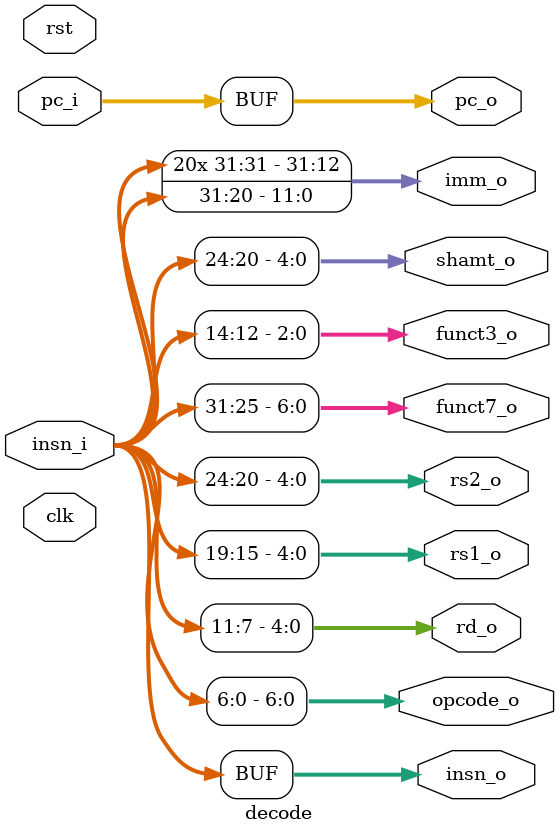
<source format=sv>
/*
 * Module: decode
 *
 * Description: Decode stage
 *
 * Inputs:
 * 1) clk
 * 2) rst signal
 * 3) insn_iruction ins_i
 * 4) program counter pc_i
 * Outputs:
 * 1) AWIDTH wide program counter pc_o
 * 2) DWIDTH wide insn_iruction output insn_o
 * 3) 5-bit wide destination register ID rd_o
 * 4) 5-bit wide source 1 register ID rs1_o
 * 5) 5-bit wide source 2 register ID rs2_o
 * 6) 7-bit wide funct7 funct7_o
 * 7) 3-bit wide funct3 funct3_o
 * 8) 32-bit wide immediate imm_o
 * 9) 5-bit wide shift amount shamt_o
 * 10) 7-bit width opcode_o
 */

`include "constants.svh"

module decode #(
    parameter int DWIDTH=32,
    parameter int AWIDTH=32
)(
	// inputs
	input logic clk,
	input logic rst,
	input logic [DWIDTH - 1:0] insn_i,
	input logic [DWIDTH - 1:0] pc_i,

    // outputs
    output logic [AWIDTH-1:0] pc_o,
    output logic [DWIDTH-1:0] insn_o,
    output logic [6:0] opcode_o,
    output logic [4:0] rd_o,
    output logic [4:0] rs1_o,
    output logic [4:0] rs2_o,
    output logic [6:0] funct7_o,
    output logic [2:0] funct3_o,
    output logic [4:0] shamt_o,
    output logic [DWIDTH-1:0] imm_o
);

    assign pc_o     = pc_i;
    assign insn_o   = insn_i;
    assign opcode_o = insn_i[6:0];
    assign rd_o     = insn_i[11:7];
    assign funct3_o = insn_i[14:12];
    assign rs1_o    = insn_i[19:15];
    assign rs2_o    = insn_i[24:20];
    assign funct7_o = insn_i[31:25];
    assign shamt_o  = insn_i[24:20];
    assign imm_o    = {{DWIDTH-12{insn_i[31]}}, insn_i[31:20]};;


endmodule : decode
</source>
